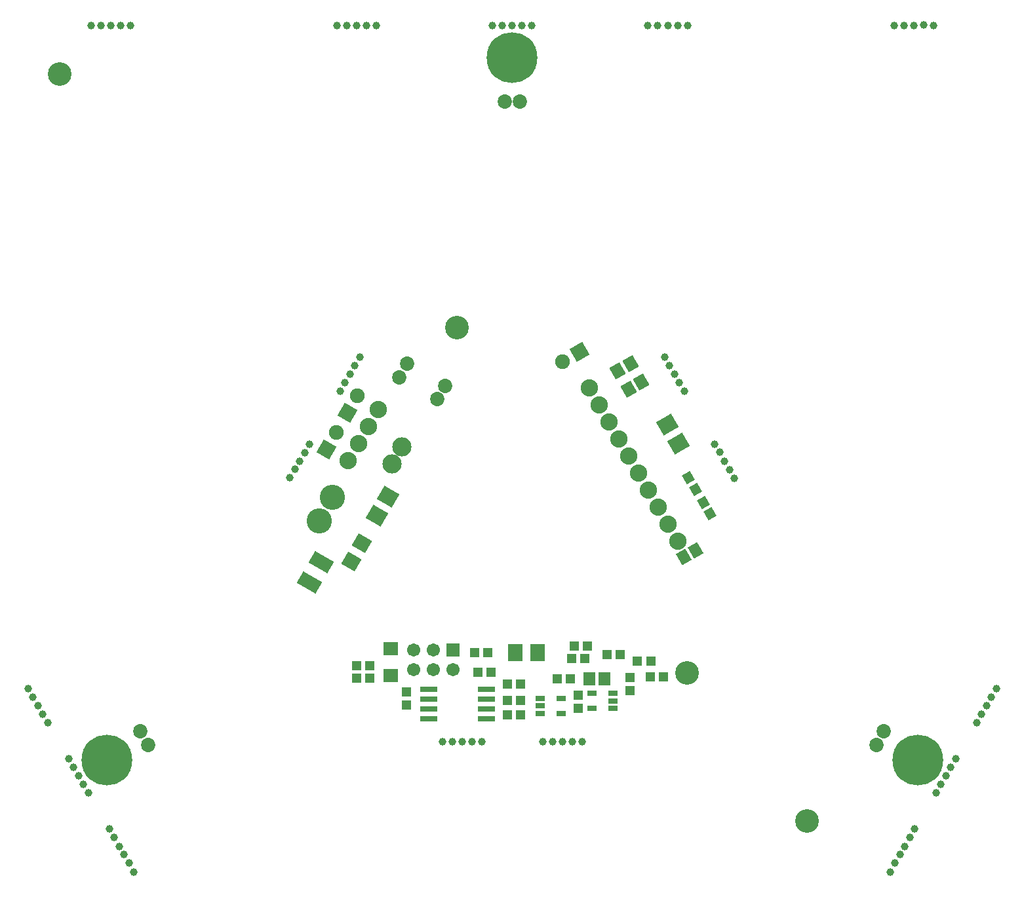
<source format=gbr>
G04 DipTrace 3.0.0.2*
G04 TopMask.gbr*
%MOIN*%
G04 #@! TF.FileFunction,Soldermask,Top*
G04 #@! TF.Part,Single*
%AMOUTLINE1*
4,1,4,
-0.057604,-0.011775,
-0.018605,0.055775,
0.057604,0.011775,
0.018605,-0.055775,
-0.057604,-0.011775,
0*%
%AMOUTLINE4*
4,1,4,
-0.064552,-0.001446,
-0.031025,0.056627,
0.064552,0.001446,
0.031025,-0.056627,
-0.064552,-0.001446,
0*%
%AMOUTLINE7*
4,1,4,
0.018605,0.055775,
0.057604,-0.011775,
-0.018605,-0.055775,
-0.057604,0.011775,
0.018605,0.055775,
0*%
%AMOUTLINE10*5,1,4,0,0,0.105967,-164.999604*%
%AMOUTLINE13*5,1,4,0,0,0.105967,-195.000396*%
%AMOUTLINE16*
4,1,4,
-0.016402,0.050458,
0.051898,0.011025,
0.016402,-0.050458,
-0.051898,-0.011025,
-0.016402,0.050458,
0*%
%AMOUTLINE19*
4,1,4,
0.008862,0.043832,
0.042389,-0.014241,
-0.008862,-0.043832,
-0.042389,0.014241,
0.008862,0.043832,
0*%
%AMOUTLINE22*
4,1,4,
-0.007649,-0.041994,
-0.040192,0.014372,
0.007649,0.041994,
0.040192,-0.014372,
-0.007649,-0.041994,
0*%
%AMOUTLINE25*
4,1,4,
-0.033338,0.010373,
0.007685,0.034059,
0.033338,-0.010373,
-0.007685,-0.034059,
-0.033338,0.010373,
0*%
%ADD21C,0.12*%
%ADD43C,0.05*%
%ADD57C,0.039*%
%ADD59C,0.258*%
%ADD61C,0.088*%
%ADD63R,0.08674X0.031622*%
%ADD65R,0.076898X0.067055*%
%ADD67R,0.051307X0.031622*%
%ADD69C,0.073*%
%ADD71C,0.128*%
%ADD73C,0.067055*%
%ADD75R,0.067055X0.067055*%
%ADD77C,0.098*%
%ADD79C,0.074929*%
%ADD81R,0.078X0.088*%
%ADD83R,0.059181X0.067055*%
%ADD85R,0.04737X0.051307*%
%ADD87R,0.051307X0.04737*%
%ADD97OUTLINE1*%
%ADD100OUTLINE4*%
%ADD103OUTLINE7*%
%ADD106OUTLINE10*%
%ADD109OUTLINE13*%
%ADD112OUTLINE16*%
%ADD115OUTLINE19*%
%ADD118OUTLINE22*%
%ADD121OUTLINE25*%
%FSLAX26Y26*%
G04*
G70*
G90*
G75*
G01*
G04 TopMask*
%LPD*%
D87*
X2978699Y1305572D3*
X3045629D3*
D85*
X3341164Y1265672D3*
Y1332601D3*
D87*
X2978699Y1386823D3*
X3045629D3*
X3553699Y1536822D3*
X3486770D3*
D83*
X3397450Y1415572D3*
X3472253D3*
D87*
X3232450D3*
X3299379D3*
D85*
X3603699Y1355572D3*
Y1422501D3*
D97*
X2372449Y2343072D3*
X2315949Y2245211D3*
D100*
X1972558Y1905602D3*
X2031613Y2007888D3*
D103*
X3850726Y2610566D3*
X3794226Y2708427D3*
D81*
X3020644Y1549516D3*
X3133644D3*
D106*
X2166287Y2768012D3*
D79*
X2216287Y2854614D3*
D106*
X2059950Y2580572D3*
D79*
X2109950Y2667175D3*
D109*
X3347698Y3078071D3*
D79*
X3261096Y3028071D3*
D77*
X2392699Y2509072D3*
X2442699Y2595675D3*
D75*
X2703699Y1561823D3*
D73*
Y1461823D3*
X2603699Y1561823D3*
Y1461823D3*
X2503699Y1561823D3*
Y1461823D3*
D71*
X2091301Y2336816D3*
X2022400Y2217478D3*
D43*
X2091350Y2336903D3*
X2022350Y2217391D3*
D69*
X2468059Y3017323D3*
X2428689Y2949131D3*
X2661808Y2904823D3*
X2622438Y2836631D3*
X2964778Y4352857D3*
X3043518D3*
X1153762Y1079282D3*
X1114392Y1147474D3*
X4894633Y1146925D3*
X4855262Y1078734D3*
D87*
X3641199Y1505572D3*
X3708129D3*
X3047449Y1230572D3*
X2980520D3*
D112*
X2241280Y2105581D3*
X2186161Y2010114D3*
D85*
X2466199Y1280572D3*
Y1347501D3*
D115*
X3541199Y2980572D3*
X3605982Y3017974D3*
X3659950Y2924322D3*
X3595168Y2886920D3*
D87*
X3772449Y1424322D3*
X3705520D3*
X3372411Y1518143D3*
X3305482D3*
X2828699Y1449322D3*
X2895629D3*
X2880711Y1547049D3*
X2813782D3*
X3387699Y1582072D3*
X3320770D3*
D67*
X3147450Y1314323D3*
Y1276921D3*
Y1239520D3*
X3253749D3*
Y1314323D3*
X3516146Y1265673D3*
Y1303075D3*
Y1340476D3*
X3409846D3*
Y1265673D3*
D87*
X2211770Y1480572D3*
X2278699D3*
D65*
X2384950Y1430572D3*
Y1568367D3*
D87*
X2278699Y1418072D3*
X2211770D3*
D63*
X2872449Y1211822D3*
Y1261822D3*
Y1311822D3*
Y1361822D3*
X2581110D3*
Y1311822D3*
Y1261822D3*
Y1211822D3*
D118*
X3934852Y2068085D3*
X3876888Y2034621D3*
D61*
X3394699Y2894072D3*
X3444699Y2807470D3*
X3494699Y2720867D3*
X3544699Y2634265D3*
X3594699Y2547663D3*
X3644699Y2461060D3*
X3694699Y2374458D3*
X3744699Y2287856D3*
X3794699Y2201252D3*
X3844699Y2114650D3*
D121*
X3976199Y2312072D3*
X4009664Y2254109D3*
X3901199Y2437072D3*
X3934664Y2379109D3*
D61*
X2171199Y2525072D3*
X2221416Y2611549D3*
X2271416Y2698152D3*
X2321416Y2784755D3*
D59*
X3003699Y4574072D3*
X5065699Y1003072D3*
X942699D3*
D61*
X3891699Y1445072D3*
X2723699Y3203072D3*
X703699Y4493072D3*
X4503699Y693072D3*
D57*
X862699Y4739072D3*
X913199Y4739572D3*
X963199D3*
X1012699D3*
X1063199Y4738572D3*
X2112699Y4739072D3*
X2163699D3*
X2213199D3*
X2263199Y4739572D3*
X2312699D3*
X2903699D3*
X2953699D3*
X3003699D3*
X3053699D3*
X3103699D3*
X3694199Y4739072D3*
X3744199Y4739572D3*
X3795199D3*
X3844699D3*
X3895199Y4739072D3*
X4944699D3*
X4994699D3*
X5044699D3*
X5094699Y4740072D3*
X5145699Y4739072D3*
X5464699Y1365572D3*
X5439699Y1322072D3*
X5364699Y1192072D3*
X5389699Y1235572D3*
X5414699Y1279072D3*
X5258199Y1008072D3*
X5233199Y964572D3*
X5158199Y834572D3*
X5183199Y878072D3*
X5208199Y921572D3*
X5026199Y606572D3*
X5001199Y563072D3*
X4926199Y433072D3*
X4951199Y476572D3*
X4976199Y520072D3*
X5051199Y651072D3*
X1080699Y433072D3*
X1055699Y476572D3*
X1030699Y520072D3*
X955699Y650572D3*
X981199Y606572D3*
X1005699Y563072D3*
X849199Y834572D3*
X824199Y878072D3*
X799199Y921572D3*
X749199Y1007572D3*
X774199Y964572D3*
X642699Y1192072D3*
X617699Y1235572D3*
X592699Y1279072D3*
X543199Y1365572D3*
X567699Y1322072D3*
X3158699Y1094072D3*
X3208699D3*
X3258699D3*
X3308699D3*
X3358699D3*
X2648699Y1093572D3*
X2698699Y1094072D3*
X2748699D3*
X2798699D3*
X2848699D3*
X3778699Y3051572D3*
X3803699Y3008072D3*
X3828699Y2965072D3*
X3853699Y2921572D3*
X3879199Y2878072D3*
X4033699Y2609572D3*
X4058699Y2566572D3*
X4083699Y2523072D3*
X4108699Y2479572D3*
X4133699Y2436072D3*
X2228699Y3051572D3*
X2203199Y3008072D3*
X2178699Y2965072D3*
X2153699Y2921572D3*
X2128699Y2878072D3*
X1973699Y2609572D3*
X1948699Y2566072D3*
X1923699Y2523072D3*
X1898699Y2480072D3*
X1873699Y2436572D3*
D21*
X2723699Y3203072D3*
X3891699Y1445072D3*
X703699Y4493072D3*
X4503699Y693072D3*
M02*

</source>
